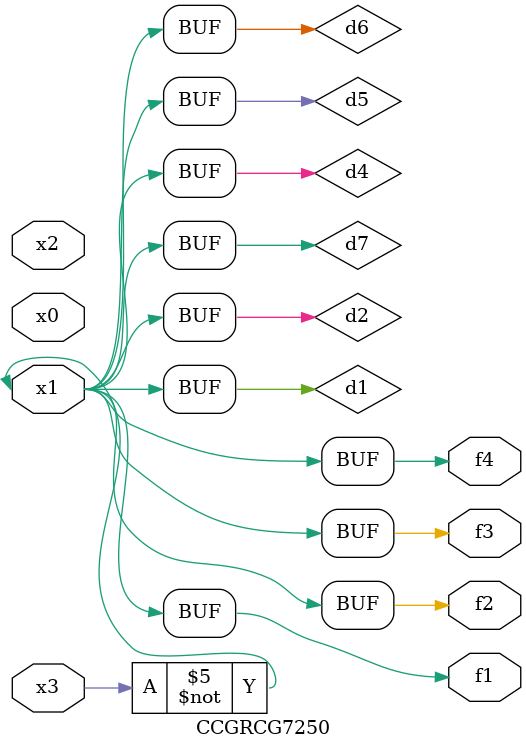
<source format=v>
module CCGRCG7250(
	input x0, x1, x2, x3,
	output f1, f2, f3, f4
);

	wire d1, d2, d3, d4, d5, d6, d7;

	not (d1, x3);
	buf (d2, x1);
	xnor (d3, d1, d2);
	nor (d4, d1);
	buf (d5, d1, d2);
	buf (d6, d4, d5);
	nand (d7, d4);
	assign f1 = d6;
	assign f2 = d7;
	assign f3 = d6;
	assign f4 = d6;
endmodule

</source>
